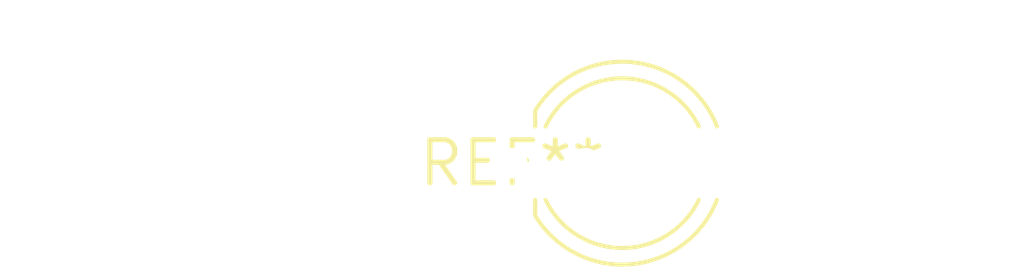
<source format=kicad_pcb>
(kicad_pcb (version 20240108) (generator pcbnew)
  (layers (0 "F.Cu" signal) (31 "B.Cu" signal) (34 "B.Paste" user) (35 "F.Paste" user) (36 "B.SilkS" user "B.Silkscreen") (37 "F.SilkS" user "F.Silkscreen") (38 "B.Mask" user) (39 "F.Mask" user) (44 "Edge.Cuts" user))
  (net 0 "")
  (footprint "LED_D5.0mm-4_RGB_Wide_Pins" (layer "F.Cu") (at 0 0)
    (property "Reference" "REF**")
    (property "Value" "LED_D5.0mm-4_RGB_Wide_Pins")
    (fp_line (start 0.6785 -1.545) (end 0.6785 -1.08) (layer "F.SilkS") (stroke (width 0.12)))
    (fp_line (start 0.6785 1.08) (end 0.6785 1.545) (layer "F.SilkS") (stroke (width 0.12)))
    (fp_arc (start 0.6785 -1.54483) (mid 3.496956 -2.978809) (end 6.026315 -1.080827) (layer "F.SilkS") (stroke (width 0.12)))
    (fp_arc (start 0.983816 -1.08) (mid 3.238262 -2.5) (end 5.492979 -1.080429) (layer "F.SilkS") (stroke (width 0.12)))
    (fp_arc (start 5.492979 1.080429) (mid 3.238262 2.5) (end 0.983816 1.08) (layer "F.SilkS") (stroke (width 0.12)))
    (fp_arc (start 6.026315 1.080827) (mid 3.496956 2.978808) (end 0.6785 1.54483) (layer "F.SilkS") (stroke (width 0.12)))
    (pad "1" thru_hole rect (at 0 0) (size 1.8 1.8) (drill 0.9) (layers *.Cu *.Mask) (remove_unused_layers))
    (pad "2" thru_hole circle (at 2.159 0) (size 1.8 1.8) (drill 0.9) (layers *.Cu *.Mask) (remove_unused_layers))
    (pad "3" thru_hole circle (at 4.318 0) (size 1.8 1.8) (drill 0.9) (layers *.Cu *.Mask) (remove_unused_layers))
    (pad "4" thru_hole circle (at 6.477 0) (size 1.8 1.8) (drill 0.9) (layers *.Cu *.Mask) (remove_unused_layers))
  )
)
</source>
